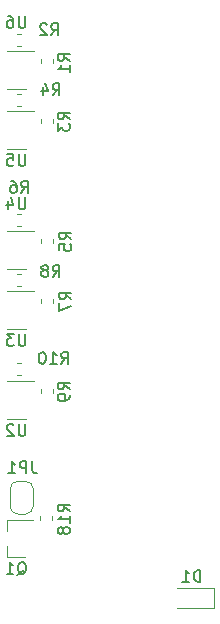
<source format=gbr>
%TF.GenerationSoftware,KiCad,Pcbnew,7.0.6*%
%TF.CreationDate,2023-11-17T11:55:58+01:00*%
%TF.ProjectId,blue_64,626c7565-5f36-4342-9e6b-696361645f70,rev?*%
%TF.SameCoordinates,Original*%
%TF.FileFunction,Legend,Bot*%
%TF.FilePolarity,Positive*%
%FSLAX46Y46*%
G04 Gerber Fmt 4.6, Leading zero omitted, Abs format (unit mm)*
G04 Created by KiCad (PCBNEW 7.0.6) date 2023-11-17 11:55:58*
%MOMM*%
%LPD*%
G01*
G04 APERTURE LIST*
%ADD10C,0.150000*%
%ADD11C,0.120000*%
G04 APERTURE END LIST*
D10*
X80811666Y-56461819D02*
X81144999Y-55985628D01*
X81383094Y-56461819D02*
X81383094Y-55461819D01*
X81383094Y-55461819D02*
X81002142Y-55461819D01*
X81002142Y-55461819D02*
X80906904Y-55509438D01*
X80906904Y-55509438D02*
X80859285Y-55557057D01*
X80859285Y-55557057D02*
X80811666Y-55652295D01*
X80811666Y-55652295D02*
X80811666Y-55795152D01*
X80811666Y-55795152D02*
X80859285Y-55890390D01*
X80859285Y-55890390D02*
X80906904Y-55938009D01*
X80906904Y-55938009D02*
X81002142Y-55985628D01*
X81002142Y-55985628D02*
X81383094Y-55985628D01*
X79954523Y-55795152D02*
X79954523Y-56461819D01*
X80192618Y-55414200D02*
X80430713Y-56128485D01*
X80430713Y-56128485D02*
X79811666Y-56128485D01*
X78485904Y-65113819D02*
X78485904Y-65923342D01*
X78485904Y-65923342D02*
X78438285Y-66018580D01*
X78438285Y-66018580D02*
X78390666Y-66066200D01*
X78390666Y-66066200D02*
X78295428Y-66113819D01*
X78295428Y-66113819D02*
X78104952Y-66113819D01*
X78104952Y-66113819D02*
X78009714Y-66066200D01*
X78009714Y-66066200D02*
X77962095Y-66018580D01*
X77962095Y-66018580D02*
X77914476Y-65923342D01*
X77914476Y-65923342D02*
X77914476Y-65113819D01*
X77009714Y-65447152D02*
X77009714Y-66113819D01*
X77247809Y-65066200D02*
X77485904Y-65780485D01*
X77485904Y-65780485D02*
X76866857Y-65780485D01*
X82242819Y-81367333D02*
X81766628Y-81034000D01*
X82242819Y-80795905D02*
X81242819Y-80795905D01*
X81242819Y-80795905D02*
X81242819Y-81176857D01*
X81242819Y-81176857D02*
X81290438Y-81272095D01*
X81290438Y-81272095D02*
X81338057Y-81319714D01*
X81338057Y-81319714D02*
X81433295Y-81367333D01*
X81433295Y-81367333D02*
X81576152Y-81367333D01*
X81576152Y-81367333D02*
X81671390Y-81319714D01*
X81671390Y-81319714D02*
X81719009Y-81272095D01*
X81719009Y-81272095D02*
X81766628Y-81176857D01*
X81766628Y-81176857D02*
X81766628Y-80795905D01*
X82242819Y-81843524D02*
X82242819Y-82034000D01*
X82242819Y-82034000D02*
X82195200Y-82129238D01*
X82195200Y-82129238D02*
X82147580Y-82176857D01*
X82147580Y-82176857D02*
X82004723Y-82272095D01*
X82004723Y-82272095D02*
X81814247Y-82319714D01*
X81814247Y-82319714D02*
X81433295Y-82319714D01*
X81433295Y-82319714D02*
X81338057Y-82272095D01*
X81338057Y-82272095D02*
X81290438Y-82224476D01*
X81290438Y-82224476D02*
X81242819Y-82129238D01*
X81242819Y-82129238D02*
X81242819Y-81938762D01*
X81242819Y-81938762D02*
X81290438Y-81843524D01*
X81290438Y-81843524D02*
X81338057Y-81795905D01*
X81338057Y-81795905D02*
X81433295Y-81748286D01*
X81433295Y-81748286D02*
X81671390Y-81748286D01*
X81671390Y-81748286D02*
X81766628Y-81795905D01*
X81766628Y-81795905D02*
X81814247Y-81843524D01*
X81814247Y-81843524D02*
X81861866Y-81938762D01*
X81861866Y-81938762D02*
X81861866Y-82129238D01*
X81861866Y-82129238D02*
X81814247Y-82224476D01*
X81814247Y-82224476D02*
X81766628Y-82272095D01*
X81766628Y-82272095D02*
X81671390Y-82319714D01*
X78485904Y-76670819D02*
X78485904Y-77480342D01*
X78485904Y-77480342D02*
X78438285Y-77575580D01*
X78438285Y-77575580D02*
X78390666Y-77623200D01*
X78390666Y-77623200D02*
X78295428Y-77670819D01*
X78295428Y-77670819D02*
X78104952Y-77670819D01*
X78104952Y-77670819D02*
X78009714Y-77623200D01*
X78009714Y-77623200D02*
X77962095Y-77575580D01*
X77962095Y-77575580D02*
X77914476Y-77480342D01*
X77914476Y-77480342D02*
X77914476Y-76670819D01*
X77533523Y-76670819D02*
X76914476Y-76670819D01*
X76914476Y-76670819D02*
X77247809Y-77051771D01*
X77247809Y-77051771D02*
X77104952Y-77051771D01*
X77104952Y-77051771D02*
X77009714Y-77099390D01*
X77009714Y-77099390D02*
X76962095Y-77147009D01*
X76962095Y-77147009D02*
X76914476Y-77242247D01*
X76914476Y-77242247D02*
X76914476Y-77480342D01*
X76914476Y-77480342D02*
X76962095Y-77575580D01*
X76962095Y-77575580D02*
X77009714Y-77623200D01*
X77009714Y-77623200D02*
X77104952Y-77670819D01*
X77104952Y-77670819D02*
X77390666Y-77670819D01*
X77390666Y-77670819D02*
X77485904Y-77623200D01*
X77485904Y-77623200D02*
X77533523Y-77575580D01*
X93321094Y-97664819D02*
X93321094Y-96664819D01*
X93321094Y-96664819D02*
X93082999Y-96664819D01*
X93082999Y-96664819D02*
X92940142Y-96712438D01*
X92940142Y-96712438D02*
X92844904Y-96807676D01*
X92844904Y-96807676D02*
X92797285Y-96902914D01*
X92797285Y-96902914D02*
X92749666Y-97093390D01*
X92749666Y-97093390D02*
X92749666Y-97236247D01*
X92749666Y-97236247D02*
X92797285Y-97426723D01*
X92797285Y-97426723D02*
X92844904Y-97521961D01*
X92844904Y-97521961D02*
X92940142Y-97617200D01*
X92940142Y-97617200D02*
X93082999Y-97664819D01*
X93082999Y-97664819D02*
X93321094Y-97664819D01*
X91797285Y-97664819D02*
X92368713Y-97664819D01*
X92082999Y-97664819D02*
X92082999Y-96664819D01*
X92082999Y-96664819D02*
X92178237Y-96807676D01*
X92178237Y-96807676D02*
X92273475Y-96902914D01*
X92273475Y-96902914D02*
X92368713Y-96950533D01*
X82242819Y-91686142D02*
X81766628Y-91352809D01*
X82242819Y-91114714D02*
X81242819Y-91114714D01*
X81242819Y-91114714D02*
X81242819Y-91495666D01*
X81242819Y-91495666D02*
X81290438Y-91590904D01*
X81290438Y-91590904D02*
X81338057Y-91638523D01*
X81338057Y-91638523D02*
X81433295Y-91686142D01*
X81433295Y-91686142D02*
X81576152Y-91686142D01*
X81576152Y-91686142D02*
X81671390Y-91638523D01*
X81671390Y-91638523D02*
X81719009Y-91590904D01*
X81719009Y-91590904D02*
X81766628Y-91495666D01*
X81766628Y-91495666D02*
X81766628Y-91114714D01*
X82242819Y-92638523D02*
X82242819Y-92067095D01*
X82242819Y-92352809D02*
X81242819Y-92352809D01*
X81242819Y-92352809D02*
X81385676Y-92257571D01*
X81385676Y-92257571D02*
X81480914Y-92162333D01*
X81480914Y-92162333D02*
X81528533Y-92067095D01*
X81671390Y-93209952D02*
X81623771Y-93114714D01*
X81623771Y-93114714D02*
X81576152Y-93067095D01*
X81576152Y-93067095D02*
X81480914Y-93019476D01*
X81480914Y-93019476D02*
X81433295Y-93019476D01*
X81433295Y-93019476D02*
X81338057Y-93067095D01*
X81338057Y-93067095D02*
X81290438Y-93114714D01*
X81290438Y-93114714D02*
X81242819Y-93209952D01*
X81242819Y-93209952D02*
X81242819Y-93400428D01*
X81242819Y-93400428D02*
X81290438Y-93495666D01*
X81290438Y-93495666D02*
X81338057Y-93543285D01*
X81338057Y-93543285D02*
X81433295Y-93590904D01*
X81433295Y-93590904D02*
X81480914Y-93590904D01*
X81480914Y-93590904D02*
X81576152Y-93543285D01*
X81576152Y-93543285D02*
X81623771Y-93495666D01*
X81623771Y-93495666D02*
X81671390Y-93400428D01*
X81671390Y-93400428D02*
X81671390Y-93209952D01*
X81671390Y-93209952D02*
X81719009Y-93114714D01*
X81719009Y-93114714D02*
X81766628Y-93067095D01*
X81766628Y-93067095D02*
X81861866Y-93019476D01*
X81861866Y-93019476D02*
X82052342Y-93019476D01*
X82052342Y-93019476D02*
X82147580Y-93067095D01*
X82147580Y-93067095D02*
X82195200Y-93114714D01*
X82195200Y-93114714D02*
X82242819Y-93209952D01*
X82242819Y-93209952D02*
X82242819Y-93400428D01*
X82242819Y-93400428D02*
X82195200Y-93495666D01*
X82195200Y-93495666D02*
X82147580Y-93543285D01*
X82147580Y-93543285D02*
X82052342Y-93590904D01*
X82052342Y-93590904D02*
X81861866Y-93590904D01*
X81861866Y-93590904D02*
X81766628Y-93543285D01*
X81766628Y-93543285D02*
X81719009Y-93495666D01*
X81719009Y-93495666D02*
X81671390Y-93400428D01*
X82242819Y-53554333D02*
X81766628Y-53221000D01*
X82242819Y-52982905D02*
X81242819Y-52982905D01*
X81242819Y-52982905D02*
X81242819Y-53363857D01*
X81242819Y-53363857D02*
X81290438Y-53459095D01*
X81290438Y-53459095D02*
X81338057Y-53506714D01*
X81338057Y-53506714D02*
X81433295Y-53554333D01*
X81433295Y-53554333D02*
X81576152Y-53554333D01*
X81576152Y-53554333D02*
X81671390Y-53506714D01*
X81671390Y-53506714D02*
X81719009Y-53459095D01*
X81719009Y-53459095D02*
X81766628Y-53363857D01*
X81766628Y-53363857D02*
X81766628Y-52982905D01*
X82242819Y-54506714D02*
X82242819Y-53935286D01*
X82242819Y-54221000D02*
X81242819Y-54221000D01*
X81242819Y-54221000D02*
X81385676Y-54125762D01*
X81385676Y-54125762D02*
X81480914Y-54030524D01*
X81480914Y-54030524D02*
X81528533Y-53935286D01*
X80811666Y-71828819D02*
X81144999Y-71352628D01*
X81383094Y-71828819D02*
X81383094Y-70828819D01*
X81383094Y-70828819D02*
X81002142Y-70828819D01*
X81002142Y-70828819D02*
X80906904Y-70876438D01*
X80906904Y-70876438D02*
X80859285Y-70924057D01*
X80859285Y-70924057D02*
X80811666Y-71019295D01*
X80811666Y-71019295D02*
X80811666Y-71162152D01*
X80811666Y-71162152D02*
X80859285Y-71257390D01*
X80859285Y-71257390D02*
X80906904Y-71305009D01*
X80906904Y-71305009D02*
X81002142Y-71352628D01*
X81002142Y-71352628D02*
X81383094Y-71352628D01*
X80240237Y-71257390D02*
X80335475Y-71209771D01*
X80335475Y-71209771D02*
X80383094Y-71162152D01*
X80383094Y-71162152D02*
X80430713Y-71066914D01*
X80430713Y-71066914D02*
X80430713Y-71019295D01*
X80430713Y-71019295D02*
X80383094Y-70924057D01*
X80383094Y-70924057D02*
X80335475Y-70876438D01*
X80335475Y-70876438D02*
X80240237Y-70828819D01*
X80240237Y-70828819D02*
X80049761Y-70828819D01*
X80049761Y-70828819D02*
X79954523Y-70876438D01*
X79954523Y-70876438D02*
X79906904Y-70924057D01*
X79906904Y-70924057D02*
X79859285Y-71019295D01*
X79859285Y-71019295D02*
X79859285Y-71066914D01*
X79859285Y-71066914D02*
X79906904Y-71162152D01*
X79906904Y-71162152D02*
X79954523Y-71209771D01*
X79954523Y-71209771D02*
X80049761Y-71257390D01*
X80049761Y-71257390D02*
X80240237Y-71257390D01*
X80240237Y-71257390D02*
X80335475Y-71305009D01*
X80335475Y-71305009D02*
X80383094Y-71352628D01*
X80383094Y-71352628D02*
X80430713Y-71447866D01*
X80430713Y-71447866D02*
X80430713Y-71638342D01*
X80430713Y-71638342D02*
X80383094Y-71733580D01*
X80383094Y-71733580D02*
X80335475Y-71781200D01*
X80335475Y-71781200D02*
X80240237Y-71828819D01*
X80240237Y-71828819D02*
X80049761Y-71828819D01*
X80049761Y-71828819D02*
X79954523Y-71781200D01*
X79954523Y-71781200D02*
X79906904Y-71733580D01*
X79906904Y-71733580D02*
X79859285Y-71638342D01*
X79859285Y-71638342D02*
X79859285Y-71447866D01*
X79859285Y-71447866D02*
X79906904Y-71352628D01*
X79906904Y-71352628D02*
X79954523Y-71305009D01*
X79954523Y-71305009D02*
X80049761Y-71257390D01*
X82369819Y-73747333D02*
X81893628Y-73414000D01*
X82369819Y-73175905D02*
X81369819Y-73175905D01*
X81369819Y-73175905D02*
X81369819Y-73556857D01*
X81369819Y-73556857D02*
X81417438Y-73652095D01*
X81417438Y-73652095D02*
X81465057Y-73699714D01*
X81465057Y-73699714D02*
X81560295Y-73747333D01*
X81560295Y-73747333D02*
X81703152Y-73747333D01*
X81703152Y-73747333D02*
X81798390Y-73699714D01*
X81798390Y-73699714D02*
X81846009Y-73652095D01*
X81846009Y-73652095D02*
X81893628Y-73556857D01*
X81893628Y-73556857D02*
X81893628Y-73175905D01*
X81369819Y-74080667D02*
X81369819Y-74747333D01*
X81369819Y-74747333D02*
X82369819Y-74318762D01*
X82369819Y-68667333D02*
X81893628Y-68334000D01*
X82369819Y-68095905D02*
X81369819Y-68095905D01*
X81369819Y-68095905D02*
X81369819Y-68476857D01*
X81369819Y-68476857D02*
X81417438Y-68572095D01*
X81417438Y-68572095D02*
X81465057Y-68619714D01*
X81465057Y-68619714D02*
X81560295Y-68667333D01*
X81560295Y-68667333D02*
X81703152Y-68667333D01*
X81703152Y-68667333D02*
X81798390Y-68619714D01*
X81798390Y-68619714D02*
X81846009Y-68572095D01*
X81846009Y-68572095D02*
X81893628Y-68476857D01*
X81893628Y-68476857D02*
X81893628Y-68095905D01*
X81369819Y-69572095D02*
X81369819Y-69095905D01*
X81369819Y-69095905D02*
X81846009Y-69048286D01*
X81846009Y-69048286D02*
X81798390Y-69095905D01*
X81798390Y-69095905D02*
X81750771Y-69191143D01*
X81750771Y-69191143D02*
X81750771Y-69429238D01*
X81750771Y-69429238D02*
X81798390Y-69524476D01*
X81798390Y-69524476D02*
X81846009Y-69572095D01*
X81846009Y-69572095D02*
X81941247Y-69619714D01*
X81941247Y-69619714D02*
X82179342Y-69619714D01*
X82179342Y-69619714D02*
X82274580Y-69572095D01*
X82274580Y-69572095D02*
X82322200Y-69524476D01*
X82322200Y-69524476D02*
X82369819Y-69429238D01*
X82369819Y-69429238D02*
X82369819Y-69191143D01*
X82369819Y-69191143D02*
X82322200Y-69095905D01*
X82322200Y-69095905D02*
X82274580Y-69048286D01*
X82242819Y-58507333D02*
X81766628Y-58174000D01*
X82242819Y-57935905D02*
X81242819Y-57935905D01*
X81242819Y-57935905D02*
X81242819Y-58316857D01*
X81242819Y-58316857D02*
X81290438Y-58412095D01*
X81290438Y-58412095D02*
X81338057Y-58459714D01*
X81338057Y-58459714D02*
X81433295Y-58507333D01*
X81433295Y-58507333D02*
X81576152Y-58507333D01*
X81576152Y-58507333D02*
X81671390Y-58459714D01*
X81671390Y-58459714D02*
X81719009Y-58412095D01*
X81719009Y-58412095D02*
X81766628Y-58316857D01*
X81766628Y-58316857D02*
X81766628Y-57935905D01*
X81242819Y-58840667D02*
X81242819Y-59459714D01*
X81242819Y-59459714D02*
X81623771Y-59126381D01*
X81623771Y-59126381D02*
X81623771Y-59269238D01*
X81623771Y-59269238D02*
X81671390Y-59364476D01*
X81671390Y-59364476D02*
X81719009Y-59412095D01*
X81719009Y-59412095D02*
X81814247Y-59459714D01*
X81814247Y-59459714D02*
X82052342Y-59459714D01*
X82052342Y-59459714D02*
X82147580Y-59412095D01*
X82147580Y-59412095D02*
X82195200Y-59364476D01*
X82195200Y-59364476D02*
X82242819Y-59269238D01*
X82242819Y-59269238D02*
X82242819Y-58983524D01*
X82242819Y-58983524D02*
X82195200Y-58888286D01*
X82195200Y-58888286D02*
X82147580Y-58840667D01*
X78485904Y-61430819D02*
X78485904Y-62240342D01*
X78485904Y-62240342D02*
X78438285Y-62335580D01*
X78438285Y-62335580D02*
X78390666Y-62383200D01*
X78390666Y-62383200D02*
X78295428Y-62430819D01*
X78295428Y-62430819D02*
X78104952Y-62430819D01*
X78104952Y-62430819D02*
X78009714Y-62383200D01*
X78009714Y-62383200D02*
X77962095Y-62335580D01*
X77962095Y-62335580D02*
X77914476Y-62240342D01*
X77914476Y-62240342D02*
X77914476Y-61430819D01*
X76962095Y-61430819D02*
X77438285Y-61430819D01*
X77438285Y-61430819D02*
X77485904Y-61907009D01*
X77485904Y-61907009D02*
X77438285Y-61859390D01*
X77438285Y-61859390D02*
X77343047Y-61811771D01*
X77343047Y-61811771D02*
X77104952Y-61811771D01*
X77104952Y-61811771D02*
X77009714Y-61859390D01*
X77009714Y-61859390D02*
X76962095Y-61907009D01*
X76962095Y-61907009D02*
X76914476Y-62002247D01*
X76914476Y-62002247D02*
X76914476Y-62240342D01*
X76914476Y-62240342D02*
X76962095Y-62335580D01*
X76962095Y-62335580D02*
X77009714Y-62383200D01*
X77009714Y-62383200D02*
X77104952Y-62430819D01*
X77104952Y-62430819D02*
X77343047Y-62430819D01*
X77343047Y-62430819D02*
X77438285Y-62383200D01*
X77438285Y-62383200D02*
X77485904Y-62335580D01*
X81541857Y-79194819D02*
X81875190Y-78718628D01*
X82113285Y-79194819D02*
X82113285Y-78194819D01*
X82113285Y-78194819D02*
X81732333Y-78194819D01*
X81732333Y-78194819D02*
X81637095Y-78242438D01*
X81637095Y-78242438D02*
X81589476Y-78290057D01*
X81589476Y-78290057D02*
X81541857Y-78385295D01*
X81541857Y-78385295D02*
X81541857Y-78528152D01*
X81541857Y-78528152D02*
X81589476Y-78623390D01*
X81589476Y-78623390D02*
X81637095Y-78671009D01*
X81637095Y-78671009D02*
X81732333Y-78718628D01*
X81732333Y-78718628D02*
X82113285Y-78718628D01*
X80589476Y-79194819D02*
X81160904Y-79194819D01*
X80875190Y-79194819D02*
X80875190Y-78194819D01*
X80875190Y-78194819D02*
X80970428Y-78337676D01*
X80970428Y-78337676D02*
X81065666Y-78432914D01*
X81065666Y-78432914D02*
X81160904Y-78480533D01*
X79970428Y-78194819D02*
X79875190Y-78194819D01*
X79875190Y-78194819D02*
X79779952Y-78242438D01*
X79779952Y-78242438D02*
X79732333Y-78290057D01*
X79732333Y-78290057D02*
X79684714Y-78385295D01*
X79684714Y-78385295D02*
X79637095Y-78575771D01*
X79637095Y-78575771D02*
X79637095Y-78813866D01*
X79637095Y-78813866D02*
X79684714Y-79004342D01*
X79684714Y-79004342D02*
X79732333Y-79099580D01*
X79732333Y-79099580D02*
X79779952Y-79147200D01*
X79779952Y-79147200D02*
X79875190Y-79194819D01*
X79875190Y-79194819D02*
X79970428Y-79194819D01*
X79970428Y-79194819D02*
X80065666Y-79147200D01*
X80065666Y-79147200D02*
X80113285Y-79099580D01*
X80113285Y-79099580D02*
X80160904Y-79004342D01*
X80160904Y-79004342D02*
X80208523Y-78813866D01*
X80208523Y-78813866D02*
X80208523Y-78575771D01*
X80208523Y-78575771D02*
X80160904Y-78385295D01*
X80160904Y-78385295D02*
X80113285Y-78290057D01*
X80113285Y-78290057D02*
X80065666Y-78242438D01*
X80065666Y-78242438D02*
X79970428Y-78194819D01*
X78144666Y-64716819D02*
X78477999Y-64240628D01*
X78716094Y-64716819D02*
X78716094Y-63716819D01*
X78716094Y-63716819D02*
X78335142Y-63716819D01*
X78335142Y-63716819D02*
X78239904Y-63764438D01*
X78239904Y-63764438D02*
X78192285Y-63812057D01*
X78192285Y-63812057D02*
X78144666Y-63907295D01*
X78144666Y-63907295D02*
X78144666Y-64050152D01*
X78144666Y-64050152D02*
X78192285Y-64145390D01*
X78192285Y-64145390D02*
X78239904Y-64193009D01*
X78239904Y-64193009D02*
X78335142Y-64240628D01*
X78335142Y-64240628D02*
X78716094Y-64240628D01*
X77287523Y-63716819D02*
X77477999Y-63716819D01*
X77477999Y-63716819D02*
X77573237Y-63764438D01*
X77573237Y-63764438D02*
X77620856Y-63812057D01*
X77620856Y-63812057D02*
X77716094Y-63954914D01*
X77716094Y-63954914D02*
X77763713Y-64145390D01*
X77763713Y-64145390D02*
X77763713Y-64526342D01*
X77763713Y-64526342D02*
X77716094Y-64621580D01*
X77716094Y-64621580D02*
X77668475Y-64669200D01*
X77668475Y-64669200D02*
X77573237Y-64716819D01*
X77573237Y-64716819D02*
X77382761Y-64716819D01*
X77382761Y-64716819D02*
X77287523Y-64669200D01*
X77287523Y-64669200D02*
X77239904Y-64621580D01*
X77239904Y-64621580D02*
X77192285Y-64526342D01*
X77192285Y-64526342D02*
X77192285Y-64288247D01*
X77192285Y-64288247D02*
X77239904Y-64193009D01*
X77239904Y-64193009D02*
X77287523Y-64145390D01*
X77287523Y-64145390D02*
X77382761Y-64097771D01*
X77382761Y-64097771D02*
X77573237Y-64097771D01*
X77573237Y-64097771D02*
X77668475Y-64145390D01*
X77668475Y-64145390D02*
X77716094Y-64193009D01*
X77716094Y-64193009D02*
X77763713Y-64288247D01*
X79065333Y-87465819D02*
X79065333Y-88180104D01*
X79065333Y-88180104D02*
X79112952Y-88322961D01*
X79112952Y-88322961D02*
X79208190Y-88418200D01*
X79208190Y-88418200D02*
X79351047Y-88465819D01*
X79351047Y-88465819D02*
X79446285Y-88465819D01*
X78589142Y-88465819D02*
X78589142Y-87465819D01*
X78589142Y-87465819D02*
X78208190Y-87465819D01*
X78208190Y-87465819D02*
X78112952Y-87513438D01*
X78112952Y-87513438D02*
X78065333Y-87561057D01*
X78065333Y-87561057D02*
X78017714Y-87656295D01*
X78017714Y-87656295D02*
X78017714Y-87799152D01*
X78017714Y-87799152D02*
X78065333Y-87894390D01*
X78065333Y-87894390D02*
X78112952Y-87942009D01*
X78112952Y-87942009D02*
X78208190Y-87989628D01*
X78208190Y-87989628D02*
X78589142Y-87989628D01*
X77065333Y-88465819D02*
X77636761Y-88465819D01*
X77351047Y-88465819D02*
X77351047Y-87465819D01*
X77351047Y-87465819D02*
X77446285Y-87608676D01*
X77446285Y-87608676D02*
X77541523Y-87703914D01*
X77541523Y-87703914D02*
X77636761Y-87751533D01*
X80684666Y-51381819D02*
X81017999Y-50905628D01*
X81256094Y-51381819D02*
X81256094Y-50381819D01*
X81256094Y-50381819D02*
X80875142Y-50381819D01*
X80875142Y-50381819D02*
X80779904Y-50429438D01*
X80779904Y-50429438D02*
X80732285Y-50477057D01*
X80732285Y-50477057D02*
X80684666Y-50572295D01*
X80684666Y-50572295D02*
X80684666Y-50715152D01*
X80684666Y-50715152D02*
X80732285Y-50810390D01*
X80732285Y-50810390D02*
X80779904Y-50858009D01*
X80779904Y-50858009D02*
X80875142Y-50905628D01*
X80875142Y-50905628D02*
X81256094Y-50905628D01*
X80303713Y-50477057D02*
X80256094Y-50429438D01*
X80256094Y-50429438D02*
X80160856Y-50381819D01*
X80160856Y-50381819D02*
X79922761Y-50381819D01*
X79922761Y-50381819D02*
X79827523Y-50429438D01*
X79827523Y-50429438D02*
X79779904Y-50477057D01*
X79779904Y-50477057D02*
X79732285Y-50572295D01*
X79732285Y-50572295D02*
X79732285Y-50667533D01*
X79732285Y-50667533D02*
X79779904Y-50810390D01*
X79779904Y-50810390D02*
X80351332Y-51381819D01*
X80351332Y-51381819D02*
X79732285Y-51381819D01*
X78485904Y-49746819D02*
X78485904Y-50556342D01*
X78485904Y-50556342D02*
X78438285Y-50651580D01*
X78438285Y-50651580D02*
X78390666Y-50699200D01*
X78390666Y-50699200D02*
X78295428Y-50746819D01*
X78295428Y-50746819D02*
X78104952Y-50746819D01*
X78104952Y-50746819D02*
X78009714Y-50699200D01*
X78009714Y-50699200D02*
X77962095Y-50651580D01*
X77962095Y-50651580D02*
X77914476Y-50556342D01*
X77914476Y-50556342D02*
X77914476Y-49746819D01*
X77009714Y-49746819D02*
X77200190Y-49746819D01*
X77200190Y-49746819D02*
X77295428Y-49794438D01*
X77295428Y-49794438D02*
X77343047Y-49842057D01*
X77343047Y-49842057D02*
X77438285Y-49984914D01*
X77438285Y-49984914D02*
X77485904Y-50175390D01*
X77485904Y-50175390D02*
X77485904Y-50556342D01*
X77485904Y-50556342D02*
X77438285Y-50651580D01*
X77438285Y-50651580D02*
X77390666Y-50699200D01*
X77390666Y-50699200D02*
X77295428Y-50746819D01*
X77295428Y-50746819D02*
X77104952Y-50746819D01*
X77104952Y-50746819D02*
X77009714Y-50699200D01*
X77009714Y-50699200D02*
X76962095Y-50651580D01*
X76962095Y-50651580D02*
X76914476Y-50556342D01*
X76914476Y-50556342D02*
X76914476Y-50318247D01*
X76914476Y-50318247D02*
X76962095Y-50223009D01*
X76962095Y-50223009D02*
X77009714Y-50175390D01*
X77009714Y-50175390D02*
X77104952Y-50127771D01*
X77104952Y-50127771D02*
X77295428Y-50127771D01*
X77295428Y-50127771D02*
X77390666Y-50175390D01*
X77390666Y-50175390D02*
X77438285Y-50223009D01*
X77438285Y-50223009D02*
X77485904Y-50318247D01*
X77819238Y-97070057D02*
X77914476Y-97022438D01*
X77914476Y-97022438D02*
X78009714Y-96927200D01*
X78009714Y-96927200D02*
X78152571Y-96784342D01*
X78152571Y-96784342D02*
X78247809Y-96736723D01*
X78247809Y-96736723D02*
X78343047Y-96736723D01*
X78295428Y-96974819D02*
X78390666Y-96927200D01*
X78390666Y-96927200D02*
X78485904Y-96831961D01*
X78485904Y-96831961D02*
X78533523Y-96641485D01*
X78533523Y-96641485D02*
X78533523Y-96308152D01*
X78533523Y-96308152D02*
X78485904Y-96117676D01*
X78485904Y-96117676D02*
X78390666Y-96022438D01*
X78390666Y-96022438D02*
X78295428Y-95974819D01*
X78295428Y-95974819D02*
X78104952Y-95974819D01*
X78104952Y-95974819D02*
X78009714Y-96022438D01*
X78009714Y-96022438D02*
X77914476Y-96117676D01*
X77914476Y-96117676D02*
X77866857Y-96308152D01*
X77866857Y-96308152D02*
X77866857Y-96641485D01*
X77866857Y-96641485D02*
X77914476Y-96831961D01*
X77914476Y-96831961D02*
X78009714Y-96927200D01*
X78009714Y-96927200D02*
X78104952Y-96974819D01*
X78104952Y-96974819D02*
X78295428Y-96974819D01*
X76914476Y-96974819D02*
X77485904Y-96974819D01*
X77200190Y-96974819D02*
X77200190Y-95974819D01*
X77200190Y-95974819D02*
X77295428Y-96117676D01*
X77295428Y-96117676D02*
X77390666Y-96212914D01*
X77390666Y-96212914D02*
X77485904Y-96260533D01*
X78485904Y-84290819D02*
X78485904Y-85100342D01*
X78485904Y-85100342D02*
X78438285Y-85195580D01*
X78438285Y-85195580D02*
X78390666Y-85243200D01*
X78390666Y-85243200D02*
X78295428Y-85290819D01*
X78295428Y-85290819D02*
X78104952Y-85290819D01*
X78104952Y-85290819D02*
X78009714Y-85243200D01*
X78009714Y-85243200D02*
X77962095Y-85195580D01*
X77962095Y-85195580D02*
X77914476Y-85100342D01*
X77914476Y-85100342D02*
X77914476Y-84290819D01*
X77485904Y-84386057D02*
X77438285Y-84338438D01*
X77438285Y-84338438D02*
X77343047Y-84290819D01*
X77343047Y-84290819D02*
X77104952Y-84290819D01*
X77104952Y-84290819D02*
X77009714Y-84338438D01*
X77009714Y-84338438D02*
X76962095Y-84386057D01*
X76962095Y-84386057D02*
X76914476Y-84481295D01*
X76914476Y-84481295D02*
X76914476Y-84576533D01*
X76914476Y-84576533D02*
X76962095Y-84719390D01*
X76962095Y-84719390D02*
X77533523Y-85290819D01*
X77533523Y-85290819D02*
X76914476Y-85290819D01*
D11*
X78140779Y-57406000D02*
X77815221Y-57406000D01*
X78140779Y-56386000D02*
X77815221Y-56386000D01*
X78524000Y-71196000D02*
X76924000Y-71196000D01*
X76924000Y-67996000D02*
X79224000Y-67996000D01*
X80824800Y-81371221D02*
X80824800Y-81696779D01*
X79804800Y-81371221D02*
X79804800Y-81696779D01*
X78524000Y-76276000D02*
X76924000Y-76276000D01*
X76924000Y-73076000D02*
X79224000Y-73076000D01*
X94483000Y-99910000D02*
X91333000Y-99910000D01*
X94483000Y-98210000D02*
X94483000Y-99910000D01*
X94483000Y-98210000D02*
X91333000Y-98210000D01*
X80774000Y-92090021D02*
X80774000Y-92415579D01*
X79754000Y-92090021D02*
X79754000Y-92415579D01*
X80824800Y-53431221D02*
X80824800Y-53756779D01*
X79804800Y-53431221D02*
X79804800Y-53756779D01*
X78140779Y-72646000D02*
X77815221Y-72646000D01*
X78140779Y-71626000D02*
X77815221Y-71626000D01*
X80824800Y-73751221D02*
X80824800Y-74076779D01*
X79804800Y-73751221D02*
X79804800Y-74076779D01*
X80824800Y-68671221D02*
X80824800Y-68996779D01*
X79804800Y-68671221D02*
X79804800Y-68996779D01*
X80824800Y-58511221D02*
X80824800Y-58836779D01*
X79804800Y-58511221D02*
X79804800Y-58836779D01*
X78524000Y-61036000D02*
X76924000Y-61036000D01*
X76924000Y-57836000D02*
X79224000Y-57836000D01*
X78115279Y-80139000D02*
X77789721Y-80139000D01*
X78115279Y-79119000D02*
X77789721Y-79119000D01*
X78140779Y-67566000D02*
X77815221Y-67566000D01*
X78140779Y-66546000D02*
X77815221Y-66546000D01*
X78481200Y-89125600D02*
X77881200Y-89125600D01*
X77181200Y-89825600D02*
X77181200Y-91225600D01*
X79181200Y-91225600D02*
X79181200Y-89825600D01*
X77881200Y-91925600D02*
X78481200Y-91925600D01*
X79181200Y-89825600D02*
G75*
G03*
X78481200Y-89125600I-699999J1D01*
G01*
X77881200Y-89125600D02*
G75*
G03*
X77181200Y-89825600I-1J-699999D01*
G01*
X78481200Y-91925600D02*
G75*
G03*
X79181200Y-91225600I0J700000D01*
G01*
X77181200Y-91225600D02*
G75*
G03*
X77881200Y-91925600I700000J0D01*
G01*
X78115279Y-52326000D02*
X77789721Y-52326000D01*
X78115279Y-51306000D02*
X77789721Y-51306000D01*
X78524000Y-55956000D02*
X76924000Y-55956000D01*
X76924000Y-52756000D02*
X79224000Y-52756000D01*
X76964000Y-95560000D02*
X78424000Y-95560000D01*
X76964000Y-95560000D02*
X76964000Y-94630000D01*
X76964000Y-92400000D02*
X79124000Y-92400000D01*
X76964000Y-92400000D02*
X76964000Y-93330000D01*
X78524000Y-83896000D02*
X76924000Y-83896000D01*
X76924000Y-80696000D02*
X79224000Y-80696000D01*
M02*

</source>
